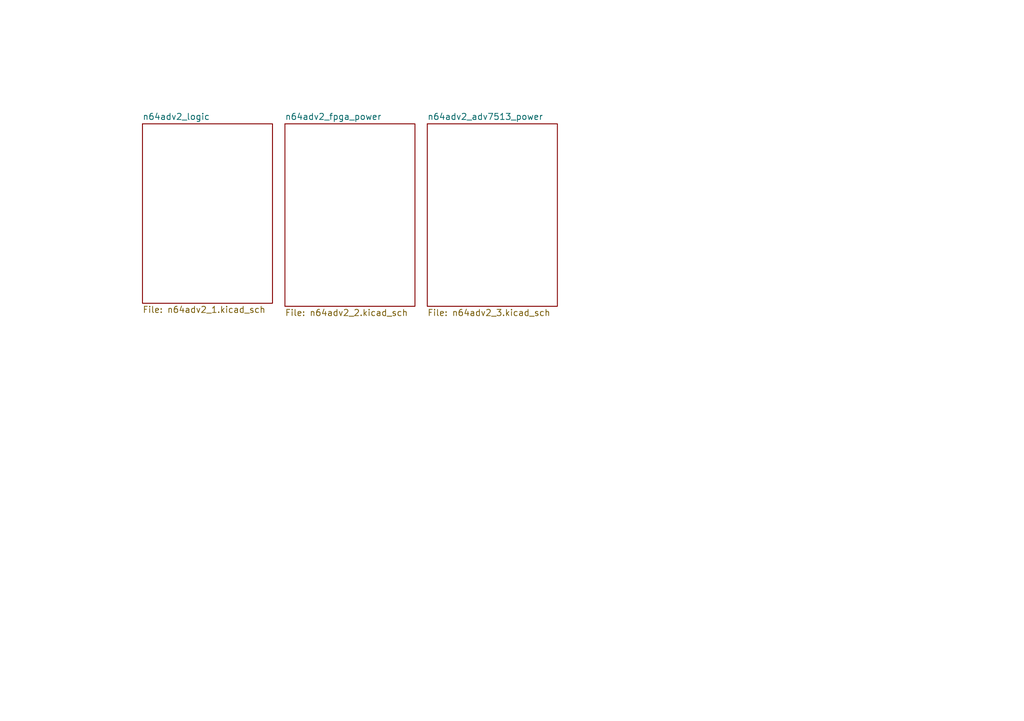
<source format=kicad_sch>
(kicad_sch (version 20211123) (generator eeschema)
  (paper "A5")
  (title_block (title "N64Adv2 (ADV7513)") (rev "v20220729") (company "Peter 'borti4938' Bartmann") (comment 1 "Schematic and PCB (c) 2021, 2022 by Peter Bartmann") (comment 2 "N64Adv2_20220729") (comment 3 "Licensed under CERN-OHL-W v2"))
  (lib_symbols)
  (sheet (at 87.63 25.4) (size 26.67 37.465)
    (property "Sheet name" "n64adv2_adv7513_power" (at 87.63 24.6884 0) (effects (justify left bottom)))
    (property "Sheet file" "n64adv2_3.kicad_sch" (at 87.63 63.4496 0) (effects (justify left top)))
  )
  (sheet (at 29.21 25.4) (size 26.67 36.83)
    (property "Sheet name" "n64adv2_logic" (at 29.21 24.6884 0) (effects (justify left bottom)))
    (property "Sheet file" "n64adv2_1.kicad_sch" (at 29.21 62.8146 0) (effects (justify left top)))
  )
  (sheet (at 58.42 25.4) (size 26.67 37.465)
    (property "Sheet name" "n64adv2_fpga_power" (at 58.42 24.6884 0) (effects (justify left bottom)))
    (property "Sheet file" "n64adv2_2.kicad_sch" (at 58.42 63.4496 0) (effects (justify left top)))
  )
)
</source>
